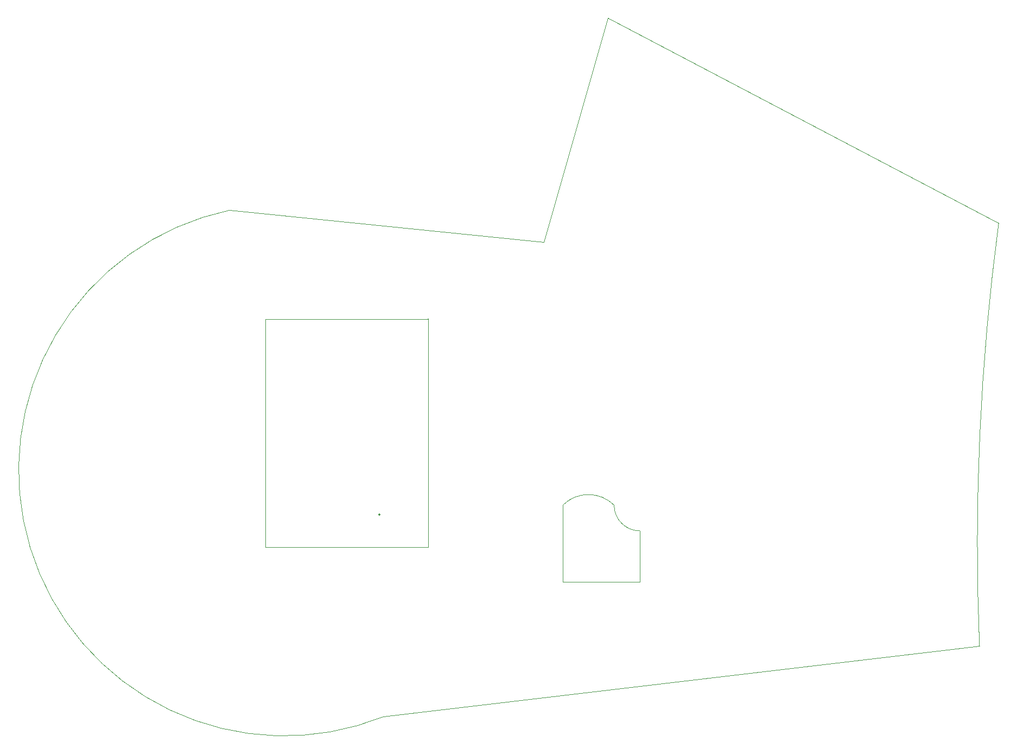
<source format=gbr>
G04 --- HEADER BEGIN --- *
G04 #@! TF.GenerationSoftware,LibrePCB,LibrePCB,0.1.2*
G04 #@! TF.CreationDate,2019-01-02T03:04:05*
G04 #@! TF.ProjectId,test_project,7c04f9d5-7366-4c4b-9e17-852ed57b3966,v1*
G04 #@! TF.Part,Single*
G04 #@! TF.SameCoordinates*
G04 #@! TF.FileFunction,Component,L1,Top*
%FSLAX66Y66*%
%MOMM*%
G01*
G75*
G04 --- HEADER END --- *
G04 --- APERTURE LIST BEGIN --- *
G04 #@! TA.AperFunction,Profile*
%ADD10C,0.001*%
G04 #@! TA.AperFunction,ComponentMain*
%ADD11C,0.3*%
G04 #@! TA.AperFunction,ComponentOutline,Courtyard*
%ADD12C,0.1*%
G04 #@! TA.AperFunction,ComponentPin*
%ADD13C,0*%
%ADD14P,0.36X4X0.0*%
G04 #@! TD*
G04 --- APERTURE LIST END --- *
G04 --- BOARD BEGIN --- *
D10*
X28000000Y33000000D02*
X28000000Y33000000D01*
X28000000Y21000000D01*
X40000000Y21000000D01*
X40000000Y29000000D01*
G02*
X36000000Y33000000I0J4000000D01*
G01*
G03*
X28000000Y33000000I-4000000J-4000000D01*
G01*
X0Y0D02*
G03*
X0Y0I0J0D01*
G01*
X93000000Y11000000D01*
G02*
X96000000Y77000000I378691726J15854922D01*
G01*
X35000000Y109000000D01*
X25000000Y74000000D01*
X-24000000Y79000000D01*
G03*
X0Y0I8544198J-40549864D01*
G01*
D11*
G04 #@! TO.C,D1*
G04 #@! TO.CVal,Hello*
G04 #@! TO.CMnt,TH*
G04 #@! TO.CMPN,Demo Device*
G04 #@! TO.CFtp,Demo Package*
G04 #@! TO.CRot,180.0*
X7000000Y62000000D03*
D12*
X7000000Y26440000D02*
X-18400000Y26440000D01*
X-18400000Y62000000D01*
X7000000Y62000000D01*
X7000000Y26440000D01*
D13*
G04 #@! TO.P,D1,4,4*
X-620000Y39140000D03*
G04 #@! TO.P,D1,2,2*
X-620000Y34060000D03*
G04 #@! TO.P,D1,7,6*
X-10780000Y36600000D03*
G04 #@! TO.P,D1,5,5*
X-10780000Y31520000D03*
G04 #@! TO.P,D1,8,8*
X-10780000Y39140000D03*
D14*
G04 #@! TO.P,D1,1,1*
X-620000Y31520000D03*
D13*
G04 #@! TO.P,D1,3,3*
X-620000Y36600000D03*
G04 #@! TO.P,D1,6,6*
X-10780000Y34060000D03*
G04 --- BOARD END --- *

M02*

</source>
